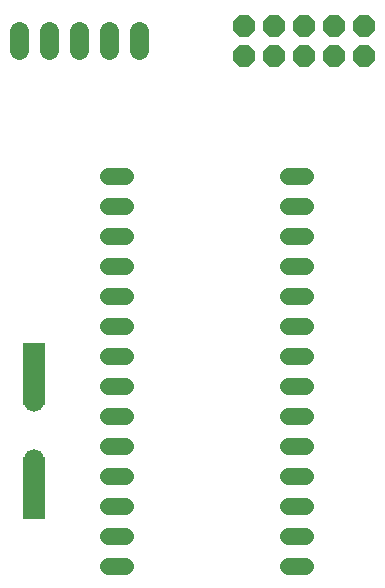
<source format=gtl>
G75*
%MOIN*%
%OFA0B0*%
%FSLAX25Y25*%
%IPPOS*%
%LPD*%
%AMOC8*
5,1,8,0,0,1.08239X$1,22.5*
%
%ADD10C,0.06400*%
%ADD11OC8,0.07400*%
%ADD12R,0.07600X0.21000*%
%ADD13C,0.06600*%
%ADD14C,0.05600*%
%ADD15C,0.01600*%
D10*
X0020737Y0191474D02*
X0020737Y0197874D01*
X0030737Y0197874D02*
X0030737Y0191474D01*
X0040737Y0191474D02*
X0040737Y0197874D01*
X0050737Y0197874D02*
X0050737Y0191474D01*
X0060737Y0191474D02*
X0060737Y0197874D01*
D11*
X0095737Y0199674D03*
X0095737Y0189674D03*
X0105737Y0189674D03*
X0105737Y0199674D03*
X0115737Y0199674D03*
X0115737Y0189674D03*
X0125737Y0189674D03*
X0125737Y0199674D03*
X0135737Y0199674D03*
X0135737Y0189674D03*
D12*
X0025737Y0045674D03*
X0025737Y0083674D03*
D13*
X0025737Y0074174D03*
X0025737Y0055174D03*
D14*
X0050437Y0059674D02*
X0056037Y0059674D01*
X0056037Y0049674D02*
X0050437Y0049674D01*
X0050437Y0039674D02*
X0056037Y0039674D01*
X0056037Y0029674D02*
X0050437Y0029674D01*
X0050437Y0019674D02*
X0056037Y0019674D01*
X0056037Y0069674D02*
X0050437Y0069674D01*
X0050437Y0079674D02*
X0056037Y0079674D01*
X0056037Y0089674D02*
X0050437Y0089674D01*
X0050437Y0099674D02*
X0056037Y0099674D01*
X0056037Y0109674D02*
X0050437Y0109674D01*
X0050437Y0119674D02*
X0056037Y0119674D01*
X0056037Y0129674D02*
X0050437Y0129674D01*
X0050437Y0139674D02*
X0056037Y0139674D01*
X0056037Y0149674D02*
X0050437Y0149674D01*
X0110437Y0149674D02*
X0116037Y0149674D01*
X0116037Y0139674D02*
X0110437Y0139674D01*
X0110437Y0129674D02*
X0116037Y0129674D01*
X0116037Y0119674D02*
X0110437Y0119674D01*
X0110437Y0109674D02*
X0116037Y0109674D01*
X0116037Y0099674D02*
X0110437Y0099674D01*
X0110437Y0089674D02*
X0116037Y0089674D01*
X0116037Y0079674D02*
X0110437Y0079674D01*
X0110437Y0069674D02*
X0116037Y0069674D01*
X0116037Y0059674D02*
X0110437Y0059674D01*
X0110437Y0049674D02*
X0116037Y0049674D01*
X0116037Y0039674D02*
X0110437Y0039674D01*
X0110437Y0029674D02*
X0116037Y0029674D01*
X0116037Y0019674D02*
X0110437Y0019674D01*
D15*
X0025737Y0045674D02*
X0025737Y0055174D01*
X0025737Y0074174D02*
X0025737Y0083674D01*
M02*

</source>
